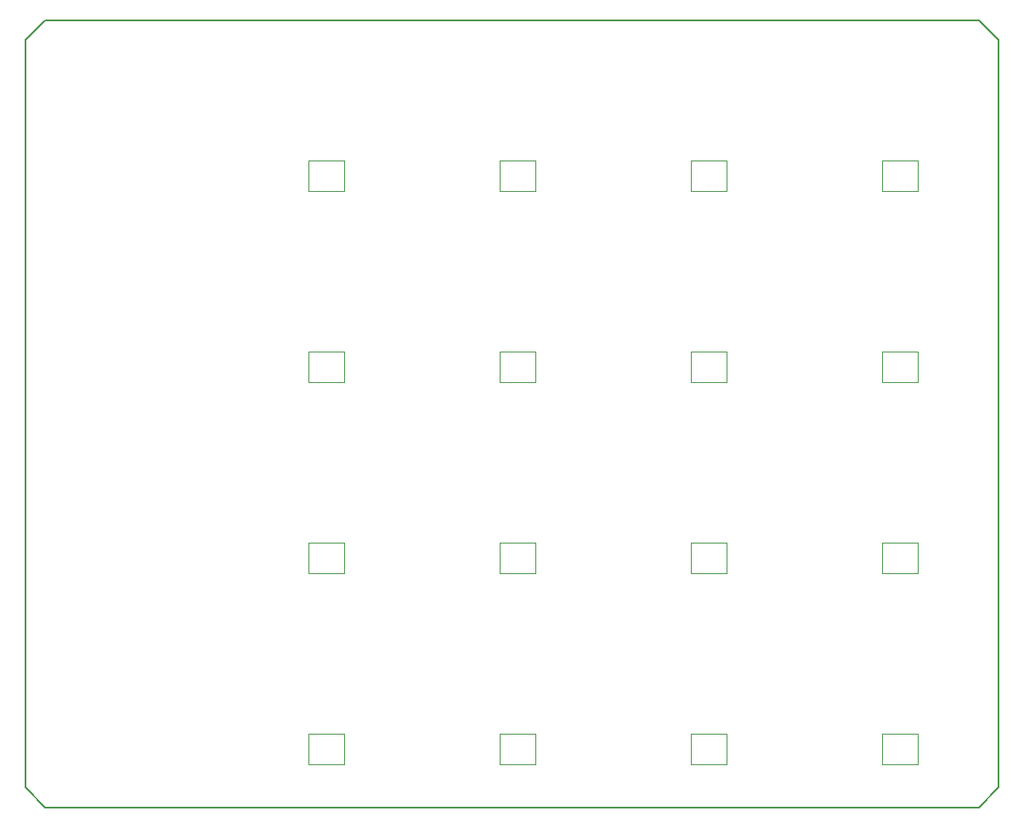
<source format=gm1>
%TF.GenerationSoftware,KiCad,Pcbnew,(6.0.9)*%
%TF.CreationDate,2022-11-11T19:33:00-07:00*%
%TF.ProjectId,dumbpad,64756d62-7061-4642-9e6b-696361645f70,rev?*%
%TF.SameCoordinates,Original*%
%TF.FileFunction,Profile,NP*%
%FSLAX46Y46*%
G04 Gerber Fmt 4.6, Leading zero omitted, Abs format (unit mm)*
G04 Created by KiCad (PCBNEW (6.0.9)) date 2022-11-11 19:33:00*
%MOMM*%
%LPD*%
G01*
G04 APERTURE LIST*
%TA.AperFunction,Profile*%
%ADD10C,0.152400*%
%TD*%
%TA.AperFunction,Profile*%
%ADD11C,0.120000*%
%TD*%
G04 APERTURE END LIST*
D10*
X197001100Y-67753600D02*
X195001100Y-65753600D01*
X100001100Y-67753600D02*
X100001100Y-142253600D01*
X102001100Y-65753600D02*
X100001100Y-67753600D01*
X100001100Y-142253600D02*
X102001100Y-144253600D01*
X197001100Y-142253600D02*
X197001100Y-67753600D01*
X195001100Y-144253600D02*
X197001100Y-142253600D01*
X195001100Y-65753600D02*
X102001100Y-65753600D01*
X102001100Y-144253600D02*
X195001100Y-144253600D01*
D11*
%TO.C,LED7*%
X150851100Y-101880000D02*
X147251100Y-101880000D01*
X147251100Y-101880000D02*
X147251100Y-98780000D01*
X147251100Y-98780000D02*
X150851100Y-98780000D01*
X150851100Y-98780000D02*
X150851100Y-101880000D01*
%TO.C,LED4*%
X188951100Y-82830000D02*
X185351100Y-82830000D01*
X185351100Y-79730000D02*
X188951100Y-79730000D01*
X185351100Y-82830000D02*
X185351100Y-79730000D01*
X188951100Y-79730000D02*
X188951100Y-82830000D01*
%TO.C,LED12*%
X188951100Y-117830000D02*
X188951100Y-120930000D01*
X185351100Y-117830000D02*
X188951100Y-117830000D01*
X188951100Y-120930000D02*
X185351100Y-120930000D01*
X185351100Y-120930000D02*
X185351100Y-117830000D01*
%TO.C,LED3*%
X166301100Y-79730000D02*
X169901100Y-79730000D01*
X169901100Y-79730000D02*
X169901100Y-82830000D01*
X166301100Y-82830000D02*
X166301100Y-79730000D01*
X169901100Y-82830000D02*
X166301100Y-82830000D01*
%TO.C,LED16*%
X131801100Y-139980000D02*
X128201100Y-139980000D01*
X128201100Y-136880000D02*
X131801100Y-136880000D01*
X128201100Y-139980000D02*
X128201100Y-136880000D01*
X131801100Y-136880000D02*
X131801100Y-139980000D01*
%TO.C,LED10*%
X147251100Y-120930000D02*
X147251100Y-117830000D01*
X150851100Y-120930000D02*
X147251100Y-120930000D01*
X150851100Y-117830000D02*
X150851100Y-120930000D01*
X147251100Y-117830000D02*
X150851100Y-117830000D01*
%TO.C,LED2*%
X147251100Y-79730000D02*
X150851100Y-79730000D01*
X150851100Y-82830000D02*
X147251100Y-82830000D01*
X147251100Y-82830000D02*
X147251100Y-79730000D01*
X150851100Y-79730000D02*
X150851100Y-82830000D01*
%TO.C,LED13*%
X188951100Y-139980000D02*
X185351100Y-139980000D01*
X185351100Y-139980000D02*
X185351100Y-136880000D01*
X185351100Y-136880000D02*
X188951100Y-136880000D01*
X188951100Y-136880000D02*
X188951100Y-139980000D01*
%TO.C,LED5*%
X185351100Y-101880000D02*
X185351100Y-98780000D01*
X188951100Y-98780000D02*
X188951100Y-101880000D01*
X185351100Y-98780000D02*
X188951100Y-98780000D01*
X188951100Y-101880000D02*
X185351100Y-101880000D01*
%TO.C,LED6*%
X169901100Y-98780000D02*
X169901100Y-101880000D01*
X166301100Y-98780000D02*
X169901100Y-98780000D01*
X166301100Y-101880000D02*
X166301100Y-98780000D01*
X169901100Y-101880000D02*
X166301100Y-101880000D01*
%TO.C,LED1*%
X131801100Y-79730000D02*
X131801100Y-82830000D01*
X131801100Y-82830000D02*
X128201100Y-82830000D01*
X128201100Y-79730000D02*
X131801100Y-79730000D01*
X128201100Y-82830000D02*
X128201100Y-79730000D01*
%TO.C,LED9*%
X128201100Y-120930000D02*
X128201100Y-117830000D01*
X128201100Y-117830000D02*
X131801100Y-117830000D01*
X131801100Y-120930000D02*
X128201100Y-120930000D01*
X131801100Y-117830000D02*
X131801100Y-120930000D01*
%TO.C,LED11*%
X169901100Y-117830000D02*
X169901100Y-120930000D01*
X166301100Y-117830000D02*
X169901100Y-117830000D01*
X169901100Y-120930000D02*
X166301100Y-120930000D01*
X166301100Y-120930000D02*
X166301100Y-117830000D01*
%TO.C,LED15*%
X147251100Y-136880000D02*
X150851100Y-136880000D01*
X150851100Y-139980000D02*
X147251100Y-139980000D01*
X150851100Y-136880000D02*
X150851100Y-139980000D01*
X147251100Y-139980000D02*
X147251100Y-136880000D01*
%TO.C,LED8*%
X128201100Y-98780000D02*
X131801100Y-98780000D01*
X131801100Y-98780000D02*
X131801100Y-101880000D01*
X131801100Y-101880000D02*
X128201100Y-101880000D01*
X128201100Y-101880000D02*
X128201100Y-98780000D01*
%TO.C,LED14*%
X169901100Y-139980000D02*
X166301100Y-139980000D01*
X169901100Y-136880000D02*
X169901100Y-139980000D01*
X166301100Y-139980000D02*
X166301100Y-136880000D01*
X166301100Y-136880000D02*
X169901100Y-136880000D01*
%TD*%
M02*

</source>
